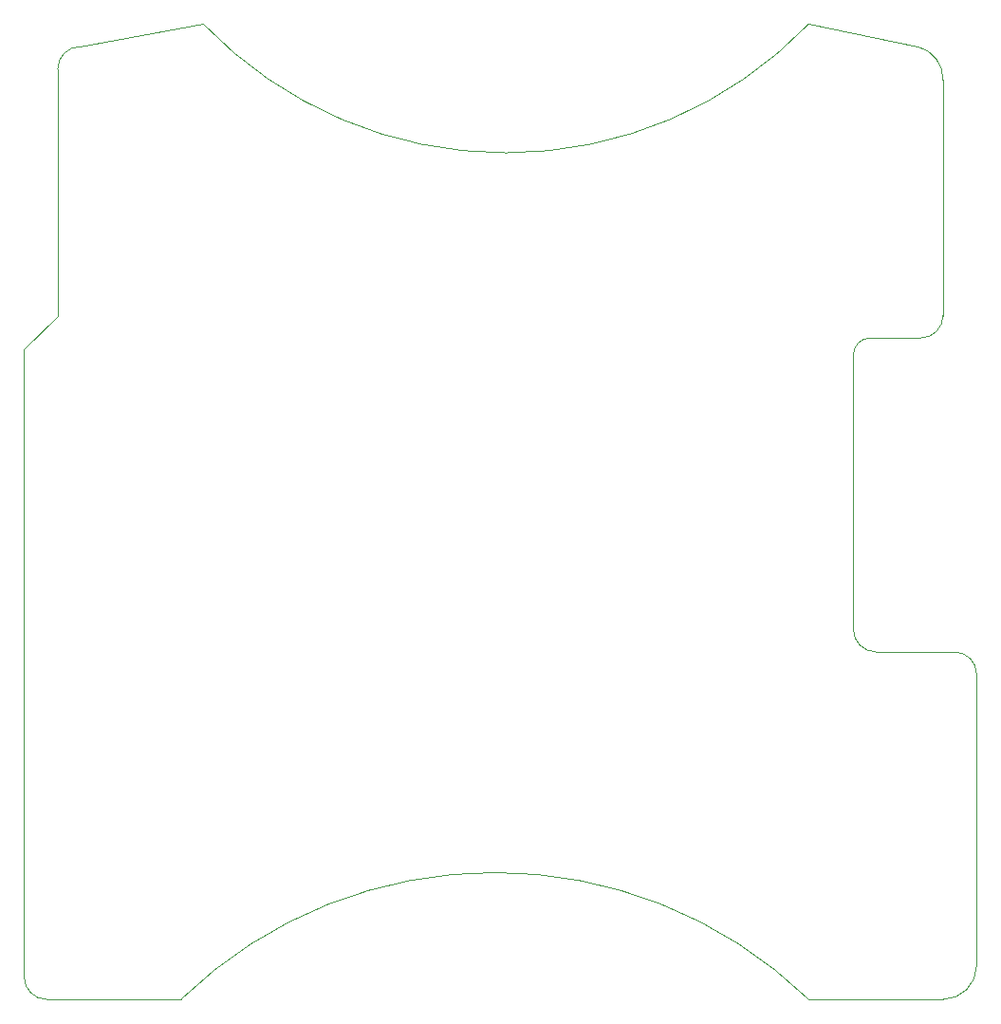
<source format=gbr>
G04 #@! TF.GenerationSoftware,KiCad,Pcbnew,(5.1.5)-3*
G04 #@! TF.CreationDate,2020-05-31T17:41:30+02:00*
G04 #@! TF.ProjectId,Sirui-VH-10-plate,53697275-692d-4564-982d-31302d706c61,rev?*
G04 #@! TF.SameCoordinates,Original*
G04 #@! TF.FileFunction,Profile,NP*
%FSLAX46Y46*%
G04 Gerber Fmt 4.6, Leading zero omitted, Abs format (unit mm)*
G04 Created by KiCad (PCBNEW (5.1.5)-3) date 2020-05-31 17:41:30*
%MOMM*%
%LPD*%
G04 APERTURE LIST*
%ADD10C,0.050000*%
G04 APERTURE END LIST*
D10*
X164999998Y-64000000D02*
G75*
G02X111000000Y-64000000I-26999999J25999999D01*
G01*
X177000000Y-151000000D02*
X164999999Y-151000001D01*
X109000001Y-151000001D02*
G75*
G02X164999999Y-151000001I27999999J-28999999D01*
G01*
X98000000Y-68000000D02*
G75*
G02X100000000Y-66000000I2000000J0D01*
G01*
X111000000Y-64000000D02*
X100000000Y-66000000D01*
X97000000Y-151000000D02*
G75*
G02X95000000Y-149000000I0J2000000D01*
G01*
X180000000Y-148000000D02*
G75*
G02X177000000Y-151000000I-3000000J0D01*
G01*
X178000000Y-120000000D02*
G75*
G02X180000000Y-122000000I0J-2000000D01*
G01*
X171000000Y-120000000D02*
G75*
G02X169000000Y-118000000I0J2000000D01*
G01*
X169000000Y-93500000D02*
G75*
G02X170500000Y-92000000I1500000J0D01*
G01*
X177000000Y-90000000D02*
G75*
G02X175000000Y-92000000I-2000000J0D01*
G01*
X174727931Y-65998703D02*
G75*
G02X177000000Y-69000000I-727931J-2911725D01*
G01*
X165000000Y-64000000D02*
X174727607Y-66000000D01*
X98000000Y-90000000D02*
X95000000Y-93000000D01*
X98000000Y-68000000D02*
X98000000Y-90000000D01*
X177000000Y-90000000D02*
X177000000Y-69000000D01*
X170500000Y-92000000D02*
X175000000Y-92000000D01*
X169000000Y-118000000D02*
X169000000Y-93500000D01*
X178000000Y-120000000D02*
X171000000Y-120000000D01*
X180000000Y-148000000D02*
X180000000Y-122000000D01*
X95000000Y-149000000D02*
X95000000Y-93000000D01*
X97000000Y-151000000D02*
X109000001Y-151000001D01*
M02*

</source>
